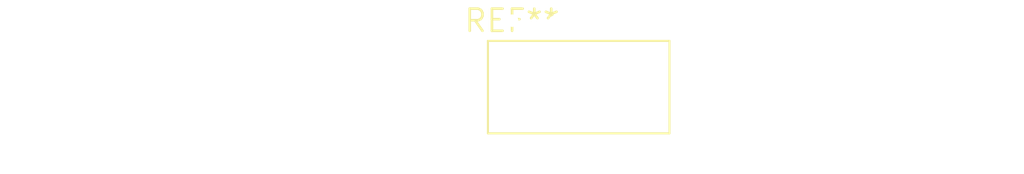
<source format=kicad_pcb>
(kicad_pcb (version 20240108) (generator pcbnew)
  (layers (0 "F.Cu" signal) (31 "B.Cu" signal) (34 "B.Paste" user) (35 "F.Paste" user) (36 "B.SilkS" user "B.Silkscreen") (37 "F.SilkS" user "F.Silkscreen") (38 "B.Mask" user) (39 "F.Mask" user) (44 "Edge.Cuts" user))
  (net 0 "")
  (footprint "Samtec_HLE-104-02-xx-DV-PE_2x04_P2.54mm_Horizontal" (layer "F.Cu") (at 0 0)
    (property "Reference" "REF**")
    (property "Value" "Samtec_HLE-104-02-xx-DV-PE_2x04_P2.54mm_Horizontal")
    (fp_line (start -1.38 1.16) (end 9 1.16) (layer "F.SilkS") (stroke (width 0.12)))
    (fp_line (start -1.38 6.46) (end -1.38 1.16) (layer "F.SilkS") (stroke (width 0.12)))
    (fp_line (start 9 1.16) (end 9 6.46) (layer "F.SilkS") (stroke (width 0.12)))
    (fp_line (start 9 6.46) (end -1.38 6.46) (layer "F.SilkS") (stroke (width 0.12)))
    (pad "" np_thru_hole circle (at 0 2.54) (size 1.4 1.4) (drill 1.4) (layers *.Cu *.Mask))
    (pad "" np_thru_hole circle (at 0 5.08) (size 1.4 1.4) (drill 1.4) (layers *.Cu *.Mask))
    (pad "" np_thru_hole circle (at 2.54 2.54) (size 1.4 1.4) (drill 1.4) (layers *.Cu *.Mask))
    (pad "" np_thru_hole circle (at 2.54 5.08) (size 1.4 1.4) (drill 1.4) (layers *.Cu *.Mask))
    (pad "" np_thru_hole circle (at 5.08 2.54) (size 1.4 1.4) (drill 1.4) (layers *.Cu *.Mask))
    (pad "" np_thru_hole circle (at 5.08 5.08) (size 1.4 1.4) (drill 1.4) (layers *.Cu *.Mask))
    (pad "" np_thru_hole circle (at 7.62 2.54) (size 1.4 1.4) (drill 1.4) (layers *.Cu *.Mask))
    (pad "" np_thru_hole circle (at 7.62 5.08) (size 1.4 1.4) (drill 1.4) (layers *.Cu *.Mask))
    (pad "1" thru_hole roundrect (at 0 0) (size 1.31 1.31) (drill 0.71) (layers *.Cu *.Mask) (remove_unused_layers) (roundrect_rratio 0.19084))
    (pad "2" thru_hole circle (at 0 7.62) (size 1.31 1.31) (drill 0.71) (layers *.Cu *.Mask) (remove_unused_layers))
    (pad "3" thru_hole circle (at 2.54 0) (size 1.31 1.31) (drill 0.71) (layers *.Cu *.Mask) (remove_unused_layers))
    (pad "4" thru_hole circle (at 2.54 7.62) (size 1.31 1.31) (drill 0.71) (layers *.Cu *.Mask) (remove_unused_layers))
    (pad "5" thru_hole circle (at 5.08 0) (size 1.31 1.31) (drill 0.71) (layers *.Cu *.Mask) (remove_unused_layers))
    (pad "6" thru_hole circle (at 5.08 7.62) (size 1.31 1.31) (drill 0.71) (layers *.Cu *.Mask) (remove_unused_layers))
    (pad "7" thru_hole circle (at 7.62 0) (size 1.31 1.31) (drill 0.71) (layers *.Cu *.Mask) (remove_unused_layers))
    (pad "8" thru_hole circle (at 7.62 7.62) (size 1.31 1.31) (drill 0.71) (layers *.Cu *.Mask) (remove_unused_layers))
  )
)
</source>
